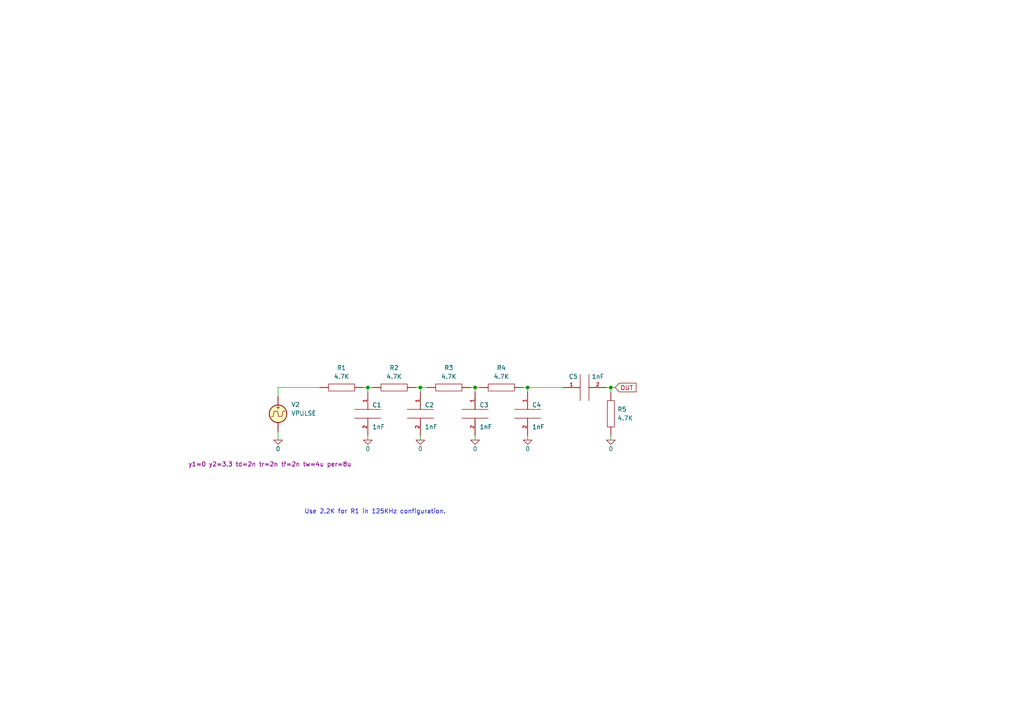
<source format=kicad_sch>
(kicad_sch (version 20230121) (generator eeschema)
  (paper "A4")
  (lib_symbols
    (symbol "VPULSE_1" (pin_numbers hide) (pin_names (offset 0.0254))
      (property "Reference" "V" (at 2.54 2.54 0))
      (property "Value" "VPULSE" (at 2.54 0 0))
      (property "Sim.Params" "y1=0 y2=1 td=2n tr=2n tf=2n tw=50n per=100n" (at 2.54 -2.54 0))
      (symbol "VPULSE_1_0_0"
        (polyline (pts (xy -2.032 -0.762) (xy -1.397 -0.762) (xy -1.143 0.762) (xy -0.127 0.762) (xy 0.127 -0.762) (xy 1.143 -0.762) (xy 1.397 0.762) (xy 2.032 0.762)))
        (text "+" (at 0 1.905 0) (effects (font (size 1.27 1.27))))
      )
      (symbol "VPULSE_1_0_1"
        (circle (center 0 0) (radius 2.54) (stroke (width 0.254)) (fill (type background)))
      )
      (symbol "VPULSE_1_1_1"
        (pin passive line (at 0 5.08 270) (length 2.54) (name "~") (number "1"))
        (pin passive line (at 0 -5.08 90) (length 2.54) (name "~") (number "2"))
      )
    )
    (symbol "pspice:0" (power) (pin_names (offset 0))
      (property "Value" "0" (at 0 -1.778 0))
      (symbol "0_0_1"
        (polyline (pts (xy -1.27 0) (xy 0 -1.27) (xy 1.27 0) (xy -1.27 0)))
      )
      (symbol "0_1_1"
        (pin power_in line (at 0 0 0) (length 0) hide (name "0") (number "1"))
      )
    )
    (symbol "pspice:CAP" (pin_names (offset 0.254))
      (property "Reference" "C" (at 2.54 3.81 90))
      (property "Value" "CAP" (at 2.54 -3.81 90))
      (symbol "CAP_0_1"
        (polyline (pts (xy -3.81 -1.27) (xy 3.81 -1.27)))
        (polyline (pts (xy -3.81 1.27) (xy 3.81 1.27)))
      )
      (symbol "CAP_1_1"
        (pin passive line (at 0 6.35 270) (length 5.08) (name "~") (number "1"))
        (pin passive line (at 0 -6.35 90) (length 5.08) (name "~") (number "2"))
      )
    )
    (symbol "pspice:R" (pin_numbers hide) (pin_names (offset 0))
      (property "Reference" "R" (at 2.032 0 90))
      (property "Value" "R" (at 0 0 90))
      (symbol "R_0_1"
        (rectangle (start -1.016 3.81) (end 1.016 -3.81))
      )
      (symbol "R_1_1"
        (pin passive line (at 0 6.35 270) (length 2.54) (name "~") (number "1"))
        (pin passive line (at 0 -6.35 90) (length 2.54) (name "~") (number "2"))
      )
    )
  )
  (junction (at 177.165 112.395))
  (junction (at 121.92 112.395))
  (junction (at 106.68 112.395))
  (junction (at 137.795 112.395))
  (junction (at 153.035 112.395))
  (wire (pts (xy 137.795 126.365) (xy 137.795 127.635)))
  (wire (pts (xy 106.68 112.395) (xy 107.95 112.395)))
  (wire (pts (xy 137.795 113.665) (xy 137.795 112.395)))
  (wire (pts (xy 153.035 112.395) (xy 163.195 112.395)))
  (wire (pts (xy 121.92 112.395) (xy 120.65 112.395)))
  (wire (pts (xy 153.035 126.365) (xy 153.035 127.635)))
  (wire (pts (xy 121.92 113.665) (xy 121.92 112.395)))
  (wire (pts (xy 137.795 112.395) (xy 136.525 112.395)))
  (wire (pts (xy 80.645 114.935) (xy 80.645 112.395)))
  (wire (pts (xy 121.92 126.365) (xy 121.92 127.635)))
  (wire (pts (xy 106.68 126.365) (xy 106.68 127.635)))
  (wire (pts (xy 121.92 112.395) (xy 123.825 112.395)))
  (wire (pts (xy 106.68 112.395) (xy 105.41 112.395)))
  (wire (pts (xy 80.645 112.395) (xy 92.71 112.395)))
  (wire (pts (xy 177.165 126.365) (xy 177.165 127.635)))
  (wire (pts (xy 177.165 112.395) (xy 175.895 112.395)))
  (wire (pts (xy 177.165 112.395) (xy 178.435 112.395)))
  (wire (pts (xy 153.035 113.665) (xy 153.035 112.395)))
  (wire (pts (xy 177.165 113.665) (xy 177.165 112.395)))
  (wire (pts (xy 106.68 113.665) (xy 106.68 112.395)))
  (wire (pts (xy 137.795 112.395) (xy 139.065 112.395)))
  (wire (pts (xy 153.035 112.395) (xy 151.765 112.395)))
  (wire (pts (xy 80.645 125.095) (xy 80.645 127.635)))
  (text "Use 2.2K for R1 in 125KHz configuration." (at 88.265 149.225 0) (effects (font (size 1.27 1.27)) (justify left bottom)))
  (global_label "OUT" (shape input) (at 178.435 112.395 0) (property "Intersheetrefs" "${INTERSHEET_REFS}" (effects hide)))
  (symbol (lib_id "pspice:0") (at 80.645 127.635 0) (unit 1)
    (property "Reference" "#GND01" (effects hide))
    (property "Value" "0" (at 80.645 130.175 0))
  )
  (symbol (lib_id "pspice:CAP") (at 169.545 112.395 90) (unit 1)
    (property "Reference" "C5" (at 167.64 109.22 90) (effects (justify left)))
    (property "Value" "1nF" (at 175.26 109.22 90) (effects (justify left)))
  )
  (symbol (lib_id "pspice:CAP") (at 106.68 120.015 0) (unit 1)
    (property "Reference" "C1" (at 107.95 117.475 0) (effects (justify left)))
    (property "Value" "1nF" (at 107.95 123.825 0) (effects (justify left)))
  )
  (symbol (lib_id "pspice:R") (at 145.415 112.395 90) (unit 1)
    (property "Reference" "R4" (at 145.415 106.68 90))
    (property "Value" "4.7K" (at 145.415 109.22 90))
  )
  (symbol (lib_name "VPULSE_1") (lib_id "Simulation_SPICE:VPULSE") (at 80.645 120.015 0) (unit 1)
    (property "Reference" "V2" (at 84.455 117.3452 0) (effects (justify left)))
    (property "Value" "VPULSE" (at 84.455 119.8852 0) (effects (justify left)))
    (property "Sim.Pins" "1=+ 2=-" (effects hide))
    (property "Sim.Type" "PULSE" (effects hide))
    (property "Sim.Device" "V" (effects hide))
    (property "Sim.Params" "y1=0 y2=3.3 td=2n tr=2n tf=2n tw=4u per=8u" (at 54.61 134.62 0) (effects (justify left)))
  )
  (symbol (lib_id "pspice:0") (at 153.035 127.635 0) (unit 1)
    (property "Reference" "#GND05" (effects hide))
    (property "Value" "0" (at 153.035 130.175 0))
  )
  (symbol (lib_id "pspice:R") (at 177.165 120.015 180) (unit 1)
    (property "Reference" "R5" (at 179.07 118.745 0) (effects (justify right)))
    (property "Value" "4.7K" (at 179.07 121.285 0) (effects (justify right)))
  )
  (symbol (lib_id "pspice:R") (at 130.175 112.395 90) (unit 1)
    (property "Reference" "R3" (at 130.175 106.68 90))
    (property "Value" "4.7K" (at 130.175 109.22 90))
  )
  (symbol (lib_id "pspice:0") (at 121.92 127.635 0) (unit 1)
    (property "Reference" "#GND03" (effects hide))
    (property "Value" "0" (at 121.92 130.175 0))
  )
  (symbol (lib_id "pspice:R") (at 99.06 112.395 90) (unit 1)
    (property "Reference" "R1" (at 99.06 106.68 90))
    (property "Value" "4.7K" (at 99.06 109.22 90))
  )
  (symbol (lib_id "pspice:CAP") (at 121.92 120.015 0) (unit 1)
    (property "Reference" "C2" (at 123.19 117.475 0) (effects (justify left)))
    (property "Value" "1nF" (at 123.19 123.825 0) (effects (justify left)))
  )
  (symbol (lib_id "pspice:CAP") (at 153.035 120.015 0) (unit 1)
    (property "Reference" "C4" (at 154.305 117.475 0) (effects (justify left)))
    (property "Value" "1nF" (at 154.305 123.825 0) (effects (justify left)))
  )
  (symbol (lib_id "pspice:0") (at 106.68 127.635 0) (unit 1)
    (property "Reference" "#GND02" (effects hide))
    (property "Value" "0" (at 106.68 130.175 0))
  )
  (symbol (lib_id "pspice:0") (at 177.165 127.635 0) (unit 1)
    (property "Reference" "#GND06" (effects hide))
    (property "Value" "0" (at 177.165 130.175 0))
  )
  (symbol (lib_id "pspice:CAP") (at 137.795 120.015 0) (unit 1)
    (property "Reference" "C3" (at 139.065 117.475 0) (effects (justify left)))
    (property "Value" "1nF" (at 139.065 123.825 0) (effects (justify left)))
  )
  (symbol (lib_id "pspice:0") (at 137.795 127.635 0) (unit 1)
    (property "Reference" "#GND04" (effects hide))
    (property "Value" "0" (at 137.795 130.175 0))
  )
  (symbol (lib_id "pspice:R") (at 114.3 112.395 90) (unit 1)
    (property "Reference" "R2" (at 114.3 106.68 90))
    (property "Value" "4.7K" (at 114.3 109.22 90))
  )
)
</source>
